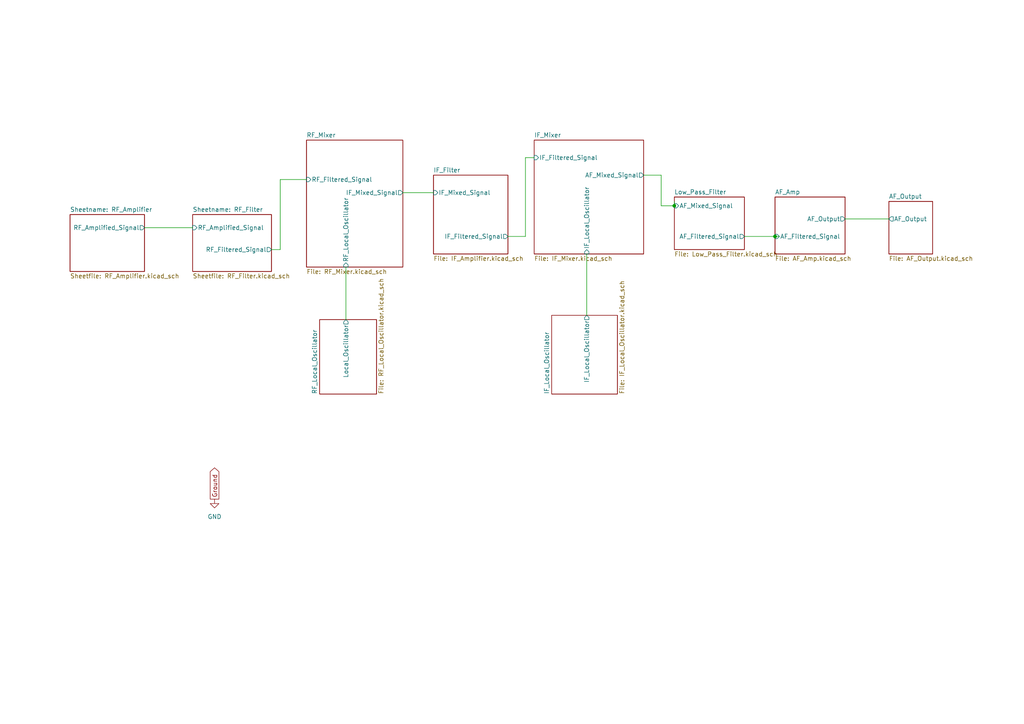
<source format=kicad_sch>
(kicad_sch (version 20250114) (generator "eeschema") (generator_version "9.0")
  (paper "A4")
  (lib_symbols
    (symbol "power:GND" (power) (pin_numbers (hide yes)) (pin_names (offset 0) (hide yes))
      (property "Value" "GND" (at 0 -3.81 0))
      (symbol "GND_0_1"
        (polyline (pts (xy 0 0) (xy 0 -1.27) (xy 1.27 -1.27) (xy 0 -2.54) (xy -1.27 -1.27) (xy 0 -1.27)))
      )
      (symbol "GND_1_1"
        (pin power_in line (at 0 0 270) (length 0) (name "~") (number "1"))
      )
    )
  )
  (junction (at 195.58 59.69))
  (junction (at 224.79 68.58))
  (wire (pts (xy 195.58 58.42) (xy 195.58 59.69)))
  (wire (pts (xy 170.18 73.66) (xy 170.18 91.44)))
  (wire (pts (xy 191.77 59.69) (xy 195.58 59.69)))
  (wire (pts (xy 186.69 50.8) (xy 191.77 50.8)))
  (wire (pts (xy 81.28 52.07) (xy 81.28 72.39)))
  (wire (pts (xy 215.9 68.58) (xy 224.79 68.58)))
  (wire (pts (xy 152.4 45.72) (xy 154.94 45.72)))
  (wire (pts (xy 100.33 77.47) (xy 100.33 92.71)))
  (wire (pts (xy 147.32 68.58) (xy 152.4 68.58)))
  (wire (pts (xy 81.28 72.39) (xy 78.74 72.39)))
  (wire (pts (xy 191.77 50.8) (xy 191.77 59.69)))
  (wire (pts (xy 116.84 55.88) (xy 125.73 55.88)))
  (wire (pts (xy 224.79 68.58) (xy 226.06 68.58)))
  (wire (pts (xy 41.91 66.04) (xy 55.88 66.04)))
  (wire (pts (xy 245.11 63.5) (xy 257.81 63.5)))
  (wire (pts (xy 152.4 68.58) (xy 152.4 45.72)))
  (wire (pts (xy 81.28 52.07) (xy 88.9 52.07)))
  (global_label "Ground" (shape output) (at 62.23 144.78 90) (property "Intersheetrefs" "${INTERSHEET_REFS}" (effects (hide yes))))
  (symbol (lib_id "power:GND") (at 62.23 144.78 0) (unit 1)
    (property "Reference" "#PWR01" (effects (hide yes)))
    (property "Value" "GND" (at 62.23 149.86 0))
    (property "Description" "Power symbol creates a global label with name \"GND\" , ground" (effects (hide yes)))
  )
  (sheet (at 88.9 40.64) (size 27.94 36.83) (stroke (width 0.1524))
    (property "Sheetname" "RF_Mixer" (at 88.9 39.9284 0) (effects (justify left bottom)))
    (property "Sheetfile" "RF_Mixer.kicad_sch" (at 88.9 78.0546 0) (effects (justify left top)))
    (pin "RF_Filtered_Signal" input (at 88.9 52.07 180))
    (pin "RF_Local_Oscillator" input (at 100.33 77.47 270))
    (pin "IF_Mixed_Signal" output (at 116.84 55.88 0))
  )
  (sheet (at 224.79 57.15) (size 20.32 16.51) (stroke (width 0.1524))
    (property "Sheetname" "AF_Amp" (at 224.79 56.4384 0) (effects (justify left bottom)))
    (property "Sheetfile" "AF_Amp.kicad_sch" (at 224.79 74.2446 0) (effects (justify left top)))
    (pin "AF_Filtered_Signal" input (at 224.79 68.58 180))
    (pin "AF_Output" output (at 245.11 63.5 0))
  )
  (sheet (at 195.58 57.15) (size 20.32 15.24) (stroke (width 0.1524))
    (property "Sheetname" "Low_Pass_Filter" (at 195.58 56.4384 0) (effects (justify left bottom)))
    (property "Sheetfile" "Low_Pass_Filter.kicad_sch" (at 195.58 72.9746 0) (effects (justify left top)))
    (pin "AF_Mixed_Signal" input (at 195.58 59.69 180))
    (pin "AF_Filtered_Signal" output (at 215.9 68.58 0))
  )
  (sheet (at 160.02 91.44) (size 19.05 22.86) (stroke (width 0.1524))
    (property "Sheetname" "IF_Local_Oscillator" (at 159.3084 114.3 90) (effects (justify left bottom)))
    (property "Sheetfile" "IF_Local_Oscillator.kicad_sch" (at 179.6546 114.3 90) (effects (justify left top)))
    (pin "IF_Local_Oscillator" output (at 170.18 91.44 90))
  )
  (sheet (at 55.88 62.23) (size 22.86 16.51) (stroke (width 0.1524))
    (property "Sheetname" "RF_Filter" (at 55.88 61.5184 0) (show_name yes) (effects (justify left bottom)))
    (property "Sheetfile" "RF_Filter.kicad_sch" (at 55.88 79.3246 0) (show_name yes) (effects (justify left top)))
    (pin "RF_Amplified_Signal" input (at 55.88 66.04 180))
    (pin "RF_Filtered_Signal" output (at 78.74 72.39 0))
  )
  (sheet (at 257.81 58.42) (size 12.7 15.24) (stroke (width 0.1524))
    (property "Sheetname" "AF_Output" (at 257.81 57.7084 0) (effects (justify left bottom)))
    (property "Sheetfile" "AF_Output.kicad_sch" (at 257.81 74.2446 0) (effects (justify left top)))
    (pin "AF_Output" output (at 257.81 63.5 180))
  )
  (sheet (at 154.94 40.64) (size 31.75 33.02) (stroke (width 0.1524))
    (property "Sheetname" "IF_Mixer" (at 154.94 39.9284 0) (effects (justify left bottom)))
    (property "Sheetfile" "IF_Mixer.kicad_sch" (at 154.94 74.2446 0) (effects (justify left top)))
    (pin "IF_Filtered_Signal" input (at 154.94 45.72 180))
    (pin "AF_Mixed_Signal" output (at 186.69 50.8 0))
    (pin "IF_Local_Oscillator" input (at 170.18 73.66 270))
  )
  (sheet (at 92.71 92.71) (size 16.51 21.59) (stroke (width 0.1524))
    (property "Sheetname" "RF_Local_Oscillator" (at 91.9984 114.3 90) (effects (justify left bottom)))
    (property "Sheetfile" "RF_Local_Oscillator.kicad_sch" (at 109.8046 114.3 90) (effects (justify left top)))
    (pin "Local_Oscillator" output (at 100.33 92.71 90))
  )
  (sheet (at 20.32 62.23) (size 21.59 16.51) (stroke (width 0.1524))
    (property "Sheetname" "RF_Amplifier" (at 20.32 61.5184 0) (show_name yes) (effects (justify left bottom)))
    (property "Sheetfile" "RF_Amplifier.kicad_sch" (at 20.32 79.3246 0) (show_name yes) (effects (justify left top)))
    (pin "RF_Amplified_Signal" output (at 41.91 66.04 0))
  )
  (sheet (at 125.73 50.8) (size 21.59 22.86) (stroke (width 0.1524))
    (property "Sheetname" "IF_Filter" (at 125.73 50.0884 0) (effects (justify left bottom)))
    (property "Sheetfile" "IF_Amplifier.kicad_sch" (at 125.73 74.2446 0) (effects (justify left top)))
    (pin "IF_Mixed_Signal" input (at 125.73 55.88 180))
    (pin "IF_Filtered_Signal" output (at 147.32 68.58 0))
  )
)
</source>
